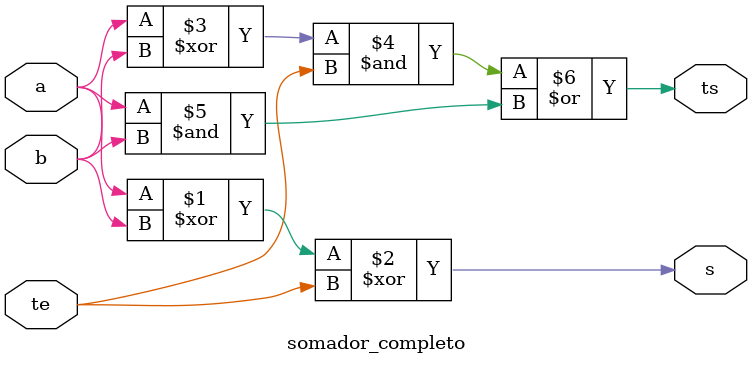
<source format=v>

module somador_completo(s,ts,a,b,te);
	input a,b,te;
	output s,ts;
	
	assign s=(a^b)^te;
	assign ts=((a^b)&te)|(a&b);

endmodule 


</source>
